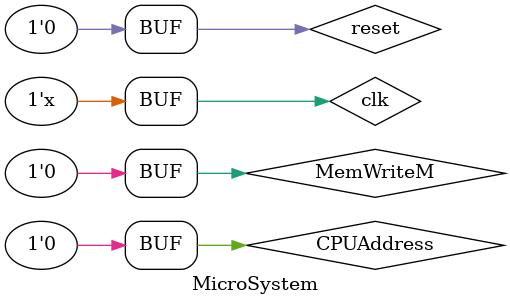
<source format=v>
`timescale 1ns / 1ps


module MicroSystem;

	// Inputs
	reg clk;
	reg reset;
	
	reg MemWriteM;
	reg CPUAddress;

	// Instantiate the Unit Under Test (UUT)
	Bridge Bridge (
		.MemWriteM(MemWriteM), 
		.CPUAddress(CPUAddress)
	);


	// Instantiate the Unit Under Test (UUT)
	mips uut (
		.clk(clk),
		.reset(reset)
	);

	initial begin
		// Initialize Inputs
		clk = 0;
		reset = 0;

		// Wait 100 ns for global reset to finish
		//#(10*2*500/80)
		//reset = 1;
		// Add stimulus here
		//#999 reset = 1;
	end
   always #(500/160) clk = ~clk;   
	initial begin
		// Initialize Inputs
		MemWriteM = 0;
		CPUAddress = 0;

		// Wait 100 ns for global reset to finish
		#100;
        
		// Add stimulus here

	end
      
endmodule


</source>
